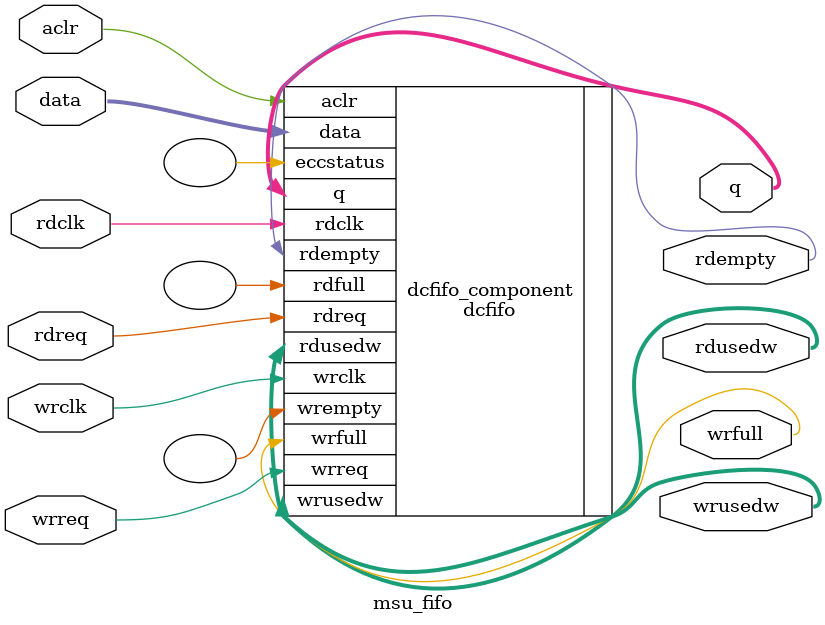
<source format=v>

module msu_fifo #(parameter WIDTH = 0 , DEPTH = 0)

(
	input	             aclr,

	input	             wrclk,
	input	             wrreq,
	input	 [WIDTH-1:0] data,
	output             wrfull,
	output [DEPTH-1:0] wrusedw,

	input	             rdclk,
	input	             rdreq,
	output [WIDTH-1:0] q,
	output             rdempty,
	output [DEPTH-1:0] rdusedw
);

dcfifo dcfifo_component
(
	.aclr (aclr),
	.data (data),
	.rdclk (rdclk),
	.rdreq (rdreq),
	.wrclk (wrclk),
	.wrreq (wrreq),
	.q (q),
	.rdempty (rdempty),
	.wrfull (wrfull),
	.wrusedw (wrusedw),
	.eccstatus (),
	.rdfull (),
	.rdusedw (rdusedw),
	.wrempty ()
);
defparam
	dcfifo_component.intended_device_family = "Cyclone V",
	dcfifo_component.lpm_numwords = 2**DEPTH,
	dcfifo_component.lpm_showahead = "ON",
	dcfifo_component.lpm_type = "dcfifo",
	dcfifo_component.lpm_width = WIDTH,
	dcfifo_component.lpm_widthu = DEPTH,
	dcfifo_component.overflow_checking = "ON",
	dcfifo_component.rdsync_delaypipe = 4,
	dcfifo_component.read_aclr_synch = "OFF",
	dcfifo_component.underflow_checking = "ON",
	dcfifo_component.use_eab = "ON",
	dcfifo_component.write_aclr_synch = "OFF",
	dcfifo_component.wrsync_delaypipe = 4;

endmodule

</source>
